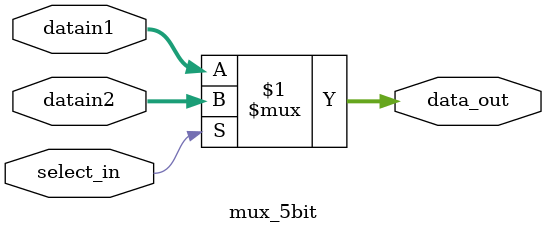
<source format=v>
`timescale 1ns / 1ps
module mux_5bit( select_in, datain1, datain2, data_out   );

// Parameters 
parameter WORD_SIZE = 5 ; 

// Input and outputs 
// Modelling with Continuous Assignments 

input  wire select_in ;  
input  wire [WORD_SIZE-1:0] datain1 ; 
input  wire [WORD_SIZE-1:0] datain2 ; 
output wire [WORD_SIZE-1:0] data_out ;

assign data_out = (select_in) ? datain2 : datain1;

endmodule

</source>
